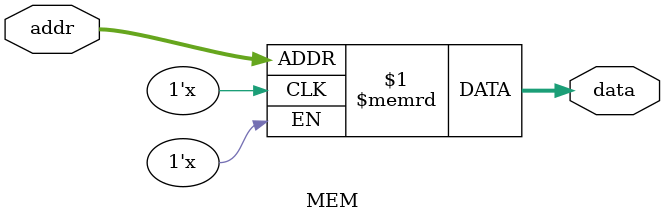
<source format=v>
module MEM(addr, data);
    input [9:0] addr;        // rdi
    output [31:0] data;      // rax

    reg [31:0] mem[1023:0];  // 32bits 4 Kbyte memory

    assign data = mem[addr]; // mov rax, [rdi]
endmodule

</source>
